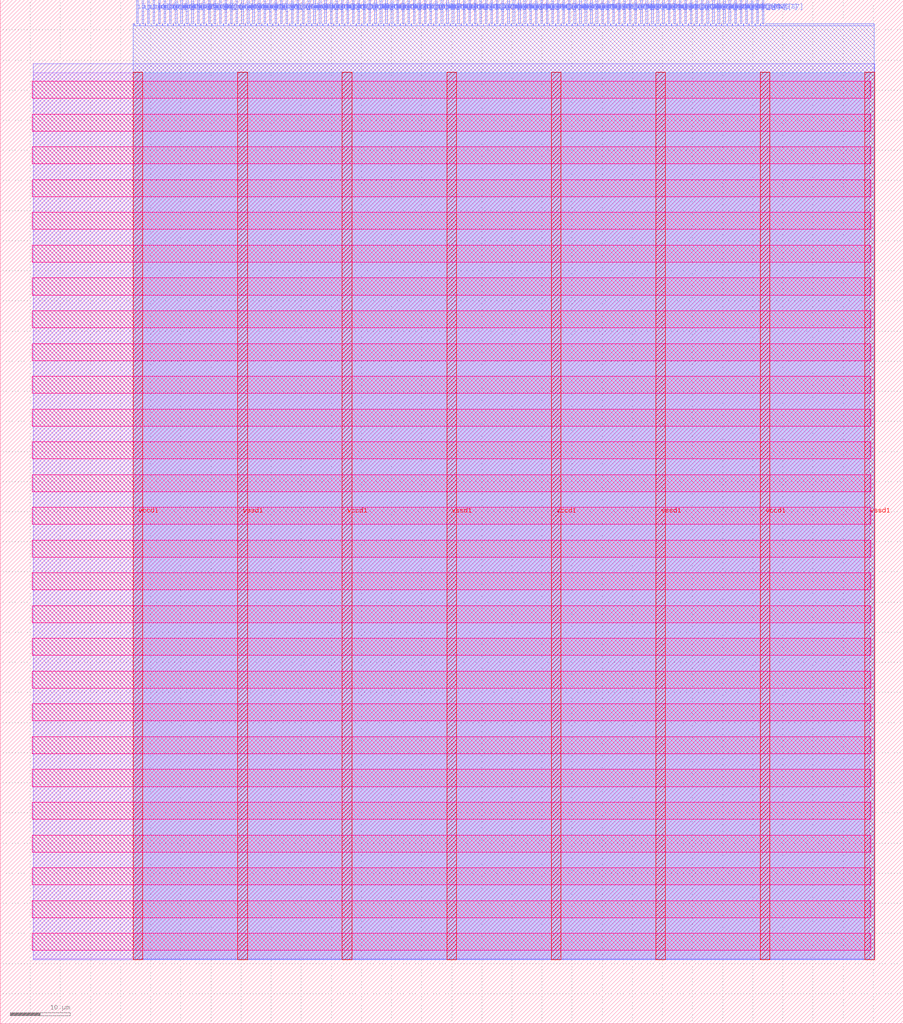
<source format=lef>
VERSION 5.7 ;
  NOWIREEXTENSIONATPIN ON ;
  DIVIDERCHAR "/" ;
  BUSBITCHARS "[]" ;
MACRO tiny_user_project
  CLASS BLOCK ;
  FOREIGN tiny_user_project ;
  ORIGIN 0.000 0.000 ;
  SIZE 150.000 BY 170.000 ;
  PIN io_in[0]
    DIRECTION INPUT ;
    USE SIGNAL ;
    PORT
      LAYER met2 ;
        RECT 22.630 166.000 22.910 170.000 ;
    END
  END io_in[0]
  PIN io_in[10]
    DIRECTION INPUT ;
    USE SIGNAL ;
    PORT
      LAYER met2 ;
        RECT 50.230 166.000 50.510 170.000 ;
    END
  END io_in[10]
  PIN io_in[11]
    DIRECTION INPUT ;
    USE SIGNAL ;
    PORT
      LAYER met2 ;
        RECT 52.990 166.000 53.270 170.000 ;
    END
  END io_in[11]
  PIN io_in[12]
    DIRECTION INPUT ;
    USE SIGNAL ;
    PORT
      LAYER met2 ;
        RECT 55.750 166.000 56.030 170.000 ;
    END
  END io_in[12]
  PIN io_in[13]
    DIRECTION INPUT ;
    USE SIGNAL ;
    PORT
      LAYER met2 ;
        RECT 58.510 166.000 58.790 170.000 ;
    END
  END io_in[13]
  PIN io_in[14]
    DIRECTION INPUT ;
    USE SIGNAL ;
    PORT
      LAYER met2 ;
        RECT 61.270 166.000 61.550 170.000 ;
    END
  END io_in[14]
  PIN io_in[15]
    DIRECTION INPUT ;
    USE SIGNAL ;
    PORT
      LAYER met2 ;
        RECT 64.030 166.000 64.310 170.000 ;
    END
  END io_in[15]
  PIN io_in[16]
    DIRECTION INPUT ;
    USE SIGNAL ;
    PORT
      LAYER met2 ;
        RECT 66.790 166.000 67.070 170.000 ;
    END
  END io_in[16]
  PIN io_in[17]
    DIRECTION INPUT ;
    USE SIGNAL ;
    PORT
      LAYER met2 ;
        RECT 69.550 166.000 69.830 170.000 ;
    END
  END io_in[17]
  PIN io_in[18]
    DIRECTION INPUT ;
    USE SIGNAL ;
    PORT
      LAYER met2 ;
        RECT 72.310 166.000 72.590 170.000 ;
    END
  END io_in[18]
  PIN io_in[19]
    DIRECTION INPUT ;
    USE SIGNAL ;
    PORT
      LAYER met2 ;
        RECT 75.070 166.000 75.350 170.000 ;
    END
  END io_in[19]
  PIN io_in[1]
    DIRECTION INPUT ;
    USE SIGNAL ;
    PORT
      LAYER met2 ;
        RECT 25.390 166.000 25.670 170.000 ;
    END
  END io_in[1]
  PIN io_in[20]
    DIRECTION INPUT ;
    USE SIGNAL ;
    PORT
      LAYER met2 ;
        RECT 77.830 166.000 78.110 170.000 ;
    END
  END io_in[20]
  PIN io_in[21]
    DIRECTION INPUT ;
    USE SIGNAL ;
    PORT
      LAYER met2 ;
        RECT 80.590 166.000 80.870 170.000 ;
    END
  END io_in[21]
  PIN io_in[22]
    DIRECTION INPUT ;
    USE SIGNAL ;
    PORT
      LAYER met2 ;
        RECT 83.350 166.000 83.630 170.000 ;
    END
  END io_in[22]
  PIN io_in[23]
    DIRECTION INPUT ;
    USE SIGNAL ;
    PORT
      LAYER met2 ;
        RECT 86.110 166.000 86.390 170.000 ;
    END
  END io_in[23]
  PIN io_in[24]
    DIRECTION INPUT ;
    USE SIGNAL ;
    PORT
      LAYER met2 ;
        RECT 88.870 166.000 89.150 170.000 ;
    END
  END io_in[24]
  PIN io_in[25]
    DIRECTION INPUT ;
    USE SIGNAL ;
    PORT
      LAYER met2 ;
        RECT 91.630 166.000 91.910 170.000 ;
    END
  END io_in[25]
  PIN io_in[26]
    DIRECTION INPUT ;
    USE SIGNAL ;
    PORT
      LAYER met2 ;
        RECT 94.390 166.000 94.670 170.000 ;
    END
  END io_in[26]
  PIN io_in[27]
    DIRECTION INPUT ;
    USE SIGNAL ;
    PORT
      LAYER met2 ;
        RECT 97.150 166.000 97.430 170.000 ;
    END
  END io_in[27]
  PIN io_in[28]
    DIRECTION INPUT ;
    USE SIGNAL ;
    PORT
      LAYER met2 ;
        RECT 99.910 166.000 100.190 170.000 ;
    END
  END io_in[28]
  PIN io_in[29]
    DIRECTION INPUT ;
    USE SIGNAL ;
    PORT
      LAYER met2 ;
        RECT 102.670 166.000 102.950 170.000 ;
    END
  END io_in[29]
  PIN io_in[2]
    DIRECTION INPUT ;
    USE SIGNAL ;
    PORT
      LAYER met2 ;
        RECT 28.150 166.000 28.430 170.000 ;
    END
  END io_in[2]
  PIN io_in[30]
    DIRECTION INPUT ;
    USE SIGNAL ;
    PORT
      LAYER met2 ;
        RECT 105.430 166.000 105.710 170.000 ;
    END
  END io_in[30]
  PIN io_in[31]
    DIRECTION INPUT ;
    USE SIGNAL ;
    PORT
      LAYER met2 ;
        RECT 108.190 166.000 108.470 170.000 ;
    END
  END io_in[31]
  PIN io_in[32]
    DIRECTION INPUT ;
    USE SIGNAL ;
    PORT
      LAYER met2 ;
        RECT 110.950 166.000 111.230 170.000 ;
    END
  END io_in[32]
  PIN io_in[33]
    DIRECTION INPUT ;
    USE SIGNAL ;
    PORT
      LAYER met2 ;
        RECT 113.710 166.000 113.990 170.000 ;
    END
  END io_in[33]
  PIN io_in[34]
    DIRECTION INPUT ;
    USE SIGNAL ;
    PORT
      LAYER met2 ;
        RECT 116.470 166.000 116.750 170.000 ;
    END
  END io_in[34]
  PIN io_in[35]
    DIRECTION INPUT ;
    USE SIGNAL ;
    PORT
      LAYER met2 ;
        RECT 119.230 166.000 119.510 170.000 ;
    END
  END io_in[35]
  PIN io_in[36]
    DIRECTION INPUT ;
    USE SIGNAL ;
    PORT
      LAYER met2 ;
        RECT 121.990 166.000 122.270 170.000 ;
    END
  END io_in[36]
  PIN io_in[37]
    DIRECTION INPUT ;
    USE SIGNAL ;
    PORT
      LAYER met2 ;
        RECT 124.750 166.000 125.030 170.000 ;
    END
  END io_in[37]
  PIN io_in[3]
    DIRECTION INPUT ;
    USE SIGNAL ;
    PORT
      LAYER met2 ;
        RECT 30.910 166.000 31.190 170.000 ;
    END
  END io_in[3]
  PIN io_in[4]
    DIRECTION INPUT ;
    USE SIGNAL ;
    PORT
      LAYER met2 ;
        RECT 33.670 166.000 33.950 170.000 ;
    END
  END io_in[4]
  PIN io_in[5]
    DIRECTION INPUT ;
    USE SIGNAL ;
    PORT
      LAYER met2 ;
        RECT 36.430 166.000 36.710 170.000 ;
    END
  END io_in[5]
  PIN io_in[6]
    DIRECTION INPUT ;
    USE SIGNAL ;
    PORT
      LAYER met2 ;
        RECT 39.190 166.000 39.470 170.000 ;
    END
  END io_in[6]
  PIN io_in[7]
    DIRECTION INPUT ;
    USE SIGNAL ;
    PORT
      LAYER met2 ;
        RECT 41.950 166.000 42.230 170.000 ;
    END
  END io_in[7]
  PIN io_in[8]
    DIRECTION INPUT ;
    USE SIGNAL ;
    PORT
      LAYER met2 ;
        RECT 44.710 166.000 44.990 170.000 ;
    END
  END io_in[8]
  PIN io_in[9]
    DIRECTION INPUT ;
    USE SIGNAL ;
    PORT
      LAYER met2 ;
        RECT 47.470 166.000 47.750 170.000 ;
    END
  END io_in[9]
  PIN io_oeb[0]
    DIRECTION OUTPUT TRISTATE ;
    USE SIGNAL ;
    PORT
      LAYER met2 ;
        RECT 23.550 166.000 23.830 170.000 ;
    END
  END io_oeb[0]
  PIN io_oeb[10]
    DIRECTION OUTPUT TRISTATE ;
    USE SIGNAL ;
    PORT
      LAYER met2 ;
        RECT 51.150 166.000 51.430 170.000 ;
    END
  END io_oeb[10]
  PIN io_oeb[11]
    DIRECTION OUTPUT TRISTATE ;
    USE SIGNAL ;
    PORT
      LAYER met2 ;
        RECT 53.910 166.000 54.190 170.000 ;
    END
  END io_oeb[11]
  PIN io_oeb[12]
    DIRECTION OUTPUT TRISTATE ;
    USE SIGNAL ;
    PORT
      LAYER met2 ;
        RECT 56.670 166.000 56.950 170.000 ;
    END
  END io_oeb[12]
  PIN io_oeb[13]
    DIRECTION OUTPUT TRISTATE ;
    USE SIGNAL ;
    PORT
      LAYER met2 ;
        RECT 59.430 166.000 59.710 170.000 ;
    END
  END io_oeb[13]
  PIN io_oeb[14]
    DIRECTION OUTPUT TRISTATE ;
    USE SIGNAL ;
    PORT
      LAYER met2 ;
        RECT 62.190 166.000 62.470 170.000 ;
    END
  END io_oeb[14]
  PIN io_oeb[15]
    DIRECTION OUTPUT TRISTATE ;
    USE SIGNAL ;
    PORT
      LAYER met2 ;
        RECT 64.950 166.000 65.230 170.000 ;
    END
  END io_oeb[15]
  PIN io_oeb[16]
    DIRECTION OUTPUT TRISTATE ;
    USE SIGNAL ;
    PORT
      LAYER met2 ;
        RECT 67.710 166.000 67.990 170.000 ;
    END
  END io_oeb[16]
  PIN io_oeb[17]
    DIRECTION OUTPUT TRISTATE ;
    USE SIGNAL ;
    PORT
      LAYER met2 ;
        RECT 70.470 166.000 70.750 170.000 ;
    END
  END io_oeb[17]
  PIN io_oeb[18]
    DIRECTION OUTPUT TRISTATE ;
    USE SIGNAL ;
    PORT
      LAYER met2 ;
        RECT 73.230 166.000 73.510 170.000 ;
    END
  END io_oeb[18]
  PIN io_oeb[19]
    DIRECTION OUTPUT TRISTATE ;
    USE SIGNAL ;
    PORT
      LAYER met2 ;
        RECT 75.990 166.000 76.270 170.000 ;
    END
  END io_oeb[19]
  PIN io_oeb[1]
    DIRECTION OUTPUT TRISTATE ;
    USE SIGNAL ;
    PORT
      LAYER met2 ;
        RECT 26.310 166.000 26.590 170.000 ;
    END
  END io_oeb[1]
  PIN io_oeb[20]
    DIRECTION OUTPUT TRISTATE ;
    USE SIGNAL ;
    PORT
      LAYER met2 ;
        RECT 78.750 166.000 79.030 170.000 ;
    END
  END io_oeb[20]
  PIN io_oeb[21]
    DIRECTION OUTPUT TRISTATE ;
    USE SIGNAL ;
    PORT
      LAYER met2 ;
        RECT 81.510 166.000 81.790 170.000 ;
    END
  END io_oeb[21]
  PIN io_oeb[22]
    DIRECTION OUTPUT TRISTATE ;
    USE SIGNAL ;
    PORT
      LAYER met2 ;
        RECT 84.270 166.000 84.550 170.000 ;
    END
  END io_oeb[22]
  PIN io_oeb[23]
    DIRECTION OUTPUT TRISTATE ;
    USE SIGNAL ;
    PORT
      LAYER met2 ;
        RECT 87.030 166.000 87.310 170.000 ;
    END
  END io_oeb[23]
  PIN io_oeb[24]
    DIRECTION OUTPUT TRISTATE ;
    USE SIGNAL ;
    PORT
      LAYER met2 ;
        RECT 89.790 166.000 90.070 170.000 ;
    END
  END io_oeb[24]
  PIN io_oeb[25]
    DIRECTION OUTPUT TRISTATE ;
    USE SIGNAL ;
    PORT
      LAYER met2 ;
        RECT 92.550 166.000 92.830 170.000 ;
    END
  END io_oeb[25]
  PIN io_oeb[26]
    DIRECTION OUTPUT TRISTATE ;
    USE SIGNAL ;
    PORT
      LAYER met2 ;
        RECT 95.310 166.000 95.590 170.000 ;
    END
  END io_oeb[26]
  PIN io_oeb[27]
    DIRECTION OUTPUT TRISTATE ;
    USE SIGNAL ;
    PORT
      LAYER met2 ;
        RECT 98.070 166.000 98.350 170.000 ;
    END
  END io_oeb[27]
  PIN io_oeb[28]
    DIRECTION OUTPUT TRISTATE ;
    USE SIGNAL ;
    PORT
      LAYER met2 ;
        RECT 100.830 166.000 101.110 170.000 ;
    END
  END io_oeb[28]
  PIN io_oeb[29]
    DIRECTION OUTPUT TRISTATE ;
    USE SIGNAL ;
    PORT
      LAYER met2 ;
        RECT 103.590 166.000 103.870 170.000 ;
    END
  END io_oeb[29]
  PIN io_oeb[2]
    DIRECTION OUTPUT TRISTATE ;
    USE SIGNAL ;
    PORT
      LAYER met2 ;
        RECT 29.070 166.000 29.350 170.000 ;
    END
  END io_oeb[2]
  PIN io_oeb[30]
    DIRECTION OUTPUT TRISTATE ;
    USE SIGNAL ;
    PORT
      LAYER met2 ;
        RECT 106.350 166.000 106.630 170.000 ;
    END
  END io_oeb[30]
  PIN io_oeb[31]
    DIRECTION OUTPUT TRISTATE ;
    USE SIGNAL ;
    PORT
      LAYER met2 ;
        RECT 109.110 166.000 109.390 170.000 ;
    END
  END io_oeb[31]
  PIN io_oeb[32]
    DIRECTION OUTPUT TRISTATE ;
    USE SIGNAL ;
    PORT
      LAYER met2 ;
        RECT 111.870 166.000 112.150 170.000 ;
    END
  END io_oeb[32]
  PIN io_oeb[33]
    DIRECTION OUTPUT TRISTATE ;
    USE SIGNAL ;
    PORT
      LAYER met2 ;
        RECT 114.630 166.000 114.910 170.000 ;
    END
  END io_oeb[33]
  PIN io_oeb[34]
    DIRECTION OUTPUT TRISTATE ;
    USE SIGNAL ;
    PORT
      LAYER met2 ;
        RECT 117.390 166.000 117.670 170.000 ;
    END
  END io_oeb[34]
  PIN io_oeb[35]
    DIRECTION OUTPUT TRISTATE ;
    USE SIGNAL ;
    PORT
      LAYER met2 ;
        RECT 120.150 166.000 120.430 170.000 ;
    END
  END io_oeb[35]
  PIN io_oeb[36]
    DIRECTION OUTPUT TRISTATE ;
    USE SIGNAL ;
    PORT
      LAYER met2 ;
        RECT 122.910 166.000 123.190 170.000 ;
    END
  END io_oeb[36]
  PIN io_oeb[37]
    DIRECTION OUTPUT TRISTATE ;
    USE SIGNAL ;
    PORT
      LAYER met2 ;
        RECT 125.670 166.000 125.950 170.000 ;
    END
  END io_oeb[37]
  PIN io_oeb[3]
    DIRECTION OUTPUT TRISTATE ;
    USE SIGNAL ;
    PORT
      LAYER met2 ;
        RECT 31.830 166.000 32.110 170.000 ;
    END
  END io_oeb[3]
  PIN io_oeb[4]
    DIRECTION OUTPUT TRISTATE ;
    USE SIGNAL ;
    PORT
      LAYER met2 ;
        RECT 34.590 166.000 34.870 170.000 ;
    END
  END io_oeb[4]
  PIN io_oeb[5]
    DIRECTION OUTPUT TRISTATE ;
    USE SIGNAL ;
    PORT
      LAYER met2 ;
        RECT 37.350 166.000 37.630 170.000 ;
    END
  END io_oeb[5]
  PIN io_oeb[6]
    DIRECTION OUTPUT TRISTATE ;
    USE SIGNAL ;
    PORT
      LAYER met2 ;
        RECT 40.110 166.000 40.390 170.000 ;
    END
  END io_oeb[6]
  PIN io_oeb[7]
    DIRECTION OUTPUT TRISTATE ;
    USE SIGNAL ;
    PORT
      LAYER met2 ;
        RECT 42.870 166.000 43.150 170.000 ;
    END
  END io_oeb[7]
  PIN io_oeb[8]
    DIRECTION OUTPUT TRISTATE ;
    USE SIGNAL ;
    PORT
      LAYER met2 ;
        RECT 45.630 166.000 45.910 170.000 ;
    END
  END io_oeb[8]
  PIN io_oeb[9]
    DIRECTION OUTPUT TRISTATE ;
    USE SIGNAL ;
    PORT
      LAYER met2 ;
        RECT 48.390 166.000 48.670 170.000 ;
    END
  END io_oeb[9]
  PIN io_out[0]
    DIRECTION OUTPUT TRISTATE ;
    USE SIGNAL ;
    PORT
      LAYER met2 ;
        RECT 24.470 166.000 24.750 170.000 ;
    END
  END io_out[0]
  PIN io_out[10]
    DIRECTION OUTPUT TRISTATE ;
    USE SIGNAL ;
    PORT
      LAYER met2 ;
        RECT 52.070 166.000 52.350 170.000 ;
    END
  END io_out[10]
  PIN io_out[11]
    DIRECTION OUTPUT TRISTATE ;
    USE SIGNAL ;
    PORT
      LAYER met2 ;
        RECT 54.830 166.000 55.110 170.000 ;
    END
  END io_out[11]
  PIN io_out[12]
    DIRECTION OUTPUT TRISTATE ;
    USE SIGNAL ;
    PORT
      LAYER met2 ;
        RECT 57.590 166.000 57.870 170.000 ;
    END
  END io_out[12]
  PIN io_out[13]
    DIRECTION OUTPUT TRISTATE ;
    USE SIGNAL ;
    PORT
      LAYER met2 ;
        RECT 60.350 166.000 60.630 170.000 ;
    END
  END io_out[13]
  PIN io_out[14]
    DIRECTION OUTPUT TRISTATE ;
    USE SIGNAL ;
    PORT
      LAYER met2 ;
        RECT 63.110 166.000 63.390 170.000 ;
    END
  END io_out[14]
  PIN io_out[15]
    DIRECTION OUTPUT TRISTATE ;
    USE SIGNAL ;
    PORT
      LAYER met2 ;
        RECT 65.870 166.000 66.150 170.000 ;
    END
  END io_out[15]
  PIN io_out[16]
    DIRECTION OUTPUT TRISTATE ;
    USE SIGNAL ;
    PORT
      LAYER met2 ;
        RECT 68.630 166.000 68.910 170.000 ;
    END
  END io_out[16]
  PIN io_out[17]
    DIRECTION OUTPUT TRISTATE ;
    USE SIGNAL ;
    PORT
      LAYER met2 ;
        RECT 71.390 166.000 71.670 170.000 ;
    END
  END io_out[17]
  PIN io_out[18]
    DIRECTION OUTPUT TRISTATE ;
    USE SIGNAL ;
    PORT
      LAYER met2 ;
        RECT 74.150 166.000 74.430 170.000 ;
    END
  END io_out[18]
  PIN io_out[19]
    DIRECTION OUTPUT TRISTATE ;
    USE SIGNAL ;
    PORT
      LAYER met2 ;
        RECT 76.910 166.000 77.190 170.000 ;
    END
  END io_out[19]
  PIN io_out[1]
    DIRECTION OUTPUT TRISTATE ;
    USE SIGNAL ;
    PORT
      LAYER met2 ;
        RECT 27.230 166.000 27.510 170.000 ;
    END
  END io_out[1]
  PIN io_out[20]
    DIRECTION OUTPUT TRISTATE ;
    USE SIGNAL ;
    PORT
      LAYER met2 ;
        RECT 79.670 166.000 79.950 170.000 ;
    END
  END io_out[20]
  PIN io_out[21]
    DIRECTION OUTPUT TRISTATE ;
    USE SIGNAL ;
    PORT
      LAYER met2 ;
        RECT 82.430 166.000 82.710 170.000 ;
    END
  END io_out[21]
  PIN io_out[22]
    DIRECTION OUTPUT TRISTATE ;
    USE SIGNAL ;
    PORT
      LAYER met2 ;
        RECT 85.190 166.000 85.470 170.000 ;
    END
  END io_out[22]
  PIN io_out[23]
    DIRECTION OUTPUT TRISTATE ;
    USE SIGNAL ;
    PORT
      LAYER met2 ;
        RECT 87.950 166.000 88.230 170.000 ;
    END
  END io_out[23]
  PIN io_out[24]
    DIRECTION OUTPUT TRISTATE ;
    USE SIGNAL ;
    PORT
      LAYER met2 ;
        RECT 90.710 166.000 90.990 170.000 ;
    END
  END io_out[24]
  PIN io_out[25]
    DIRECTION OUTPUT TRISTATE ;
    USE SIGNAL ;
    PORT
      LAYER met2 ;
        RECT 93.470 166.000 93.750 170.000 ;
    END
  END io_out[25]
  PIN io_out[26]
    DIRECTION OUTPUT TRISTATE ;
    USE SIGNAL ;
    PORT
      LAYER met2 ;
        RECT 96.230 166.000 96.510 170.000 ;
    END
  END io_out[26]
  PIN io_out[27]
    DIRECTION OUTPUT TRISTATE ;
    USE SIGNAL ;
    PORT
      LAYER met2 ;
        RECT 98.990 166.000 99.270 170.000 ;
    END
  END io_out[27]
  PIN io_out[28]
    DIRECTION OUTPUT TRISTATE ;
    USE SIGNAL ;
    PORT
      LAYER met2 ;
        RECT 101.750 166.000 102.030 170.000 ;
    END
  END io_out[28]
  PIN io_out[29]
    DIRECTION OUTPUT TRISTATE ;
    USE SIGNAL ;
    PORT
      LAYER met2 ;
        RECT 104.510 166.000 104.790 170.000 ;
    END
  END io_out[29]
  PIN io_out[2]
    DIRECTION OUTPUT TRISTATE ;
    USE SIGNAL ;
    PORT
      LAYER met2 ;
        RECT 29.990 166.000 30.270 170.000 ;
    END
  END io_out[2]
  PIN io_out[30]
    DIRECTION OUTPUT TRISTATE ;
    USE SIGNAL ;
    PORT
      LAYER met2 ;
        RECT 107.270 166.000 107.550 170.000 ;
    END
  END io_out[30]
  PIN io_out[31]
    DIRECTION OUTPUT TRISTATE ;
    USE SIGNAL ;
    PORT
      LAYER met2 ;
        RECT 110.030 166.000 110.310 170.000 ;
    END
  END io_out[31]
  PIN io_out[32]
    DIRECTION OUTPUT TRISTATE ;
    USE SIGNAL ;
    PORT
      LAYER met2 ;
        RECT 112.790 166.000 113.070 170.000 ;
    END
  END io_out[32]
  PIN io_out[33]
    DIRECTION OUTPUT TRISTATE ;
    USE SIGNAL ;
    PORT
      LAYER met2 ;
        RECT 115.550 166.000 115.830 170.000 ;
    END
  END io_out[33]
  PIN io_out[34]
    DIRECTION OUTPUT TRISTATE ;
    USE SIGNAL ;
    PORT
      LAYER met2 ;
        RECT 118.310 166.000 118.590 170.000 ;
    END
  END io_out[34]
  PIN io_out[35]
    DIRECTION OUTPUT TRISTATE ;
    USE SIGNAL ;
    PORT
      LAYER met2 ;
        RECT 121.070 166.000 121.350 170.000 ;
    END
  END io_out[35]
  PIN io_out[36]
    DIRECTION OUTPUT TRISTATE ;
    USE SIGNAL ;
    PORT
      LAYER met2 ;
        RECT 123.830 166.000 124.110 170.000 ;
    END
  END io_out[36]
  PIN io_out[37]
    DIRECTION OUTPUT TRISTATE ;
    USE SIGNAL ;
    PORT
      LAYER met2 ;
        RECT 126.590 166.000 126.870 170.000 ;
    END
  END io_out[37]
  PIN io_out[3]
    DIRECTION OUTPUT TRISTATE ;
    USE SIGNAL ;
    PORT
      LAYER met2 ;
        RECT 32.750 166.000 33.030 170.000 ;
    END
  END io_out[3]
  PIN io_out[4]
    DIRECTION OUTPUT TRISTATE ;
    USE SIGNAL ;
    PORT
      LAYER met2 ;
        RECT 35.510 166.000 35.790 170.000 ;
    END
  END io_out[4]
  PIN io_out[5]
    DIRECTION OUTPUT TRISTATE ;
    USE SIGNAL ;
    PORT
      LAYER met2 ;
        RECT 38.270 166.000 38.550 170.000 ;
    END
  END io_out[5]
  PIN io_out[6]
    DIRECTION OUTPUT TRISTATE ;
    USE SIGNAL ;
    PORT
      LAYER met2 ;
        RECT 41.030 166.000 41.310 170.000 ;
    END
  END io_out[6]
  PIN io_out[7]
    DIRECTION OUTPUT TRISTATE ;
    USE SIGNAL ;
    PORT
      LAYER met2 ;
        RECT 43.790 166.000 44.070 170.000 ;
    END
  END io_out[7]
  PIN io_out[8]
    DIRECTION OUTPUT TRISTATE ;
    USE SIGNAL ;
    PORT
      LAYER met2 ;
        RECT 46.550 166.000 46.830 170.000 ;
    END
  END io_out[8]
  PIN io_out[9]
    DIRECTION OUTPUT TRISTATE ;
    USE SIGNAL ;
    PORT
      LAYER met2 ;
        RECT 49.310 166.000 49.590 170.000 ;
    END
  END io_out[9]
  PIN vccd1
    DIRECTION INOUT ;
    USE POWER ;
    PORT
      LAYER met4 ;
        RECT 22.085 10.640 23.685 158.000 ;
    END
    PORT
      LAYER met4 ;
        RECT 56.815 10.640 58.415 158.000 ;
    END
    PORT
      LAYER met4 ;
        RECT 91.545 10.640 93.145 158.000 ;
    END
    PORT
      LAYER met4 ;
        RECT 126.275 10.640 127.875 158.000 ;
    END
  END vccd1
  PIN vssd1
    DIRECTION INOUT ;
    USE GROUND ;
    PORT
      LAYER met4 ;
        RECT 39.450 10.640 41.050 158.000 ;
    END
    PORT
      LAYER met4 ;
        RECT 74.180 10.640 75.780 158.000 ;
    END
    PORT
      LAYER met4 ;
        RECT 108.910 10.640 110.510 158.000 ;
    END
    PORT
      LAYER met4 ;
        RECT 143.640 10.640 145.240 158.000 ;
    END
  END vssd1
  OBS
      LAYER nwell ;
        RECT 5.330 153.625 144.630 156.455 ;
        RECT 5.330 148.185 144.630 151.015 ;
        RECT 5.330 142.745 144.630 145.575 ;
        RECT 5.330 137.305 144.630 140.135 ;
        RECT 5.330 131.865 144.630 134.695 ;
        RECT 5.330 126.425 144.630 129.255 ;
        RECT 5.330 120.985 144.630 123.815 ;
        RECT 5.330 115.545 144.630 118.375 ;
        RECT 5.330 110.105 144.630 112.935 ;
        RECT 5.330 104.665 144.630 107.495 ;
        RECT 5.330 99.225 144.630 102.055 ;
        RECT 5.330 93.785 144.630 96.615 ;
        RECT 5.330 88.345 144.630 91.175 ;
        RECT 5.330 82.905 144.630 85.735 ;
        RECT 5.330 77.465 144.630 80.295 ;
        RECT 5.330 72.025 144.630 74.855 ;
        RECT 5.330 66.585 144.630 69.415 ;
        RECT 5.330 61.145 144.630 63.975 ;
        RECT 5.330 55.705 144.630 58.535 ;
        RECT 5.330 50.265 144.630 53.095 ;
        RECT 5.330 44.825 144.630 47.655 ;
        RECT 5.330 39.385 144.630 42.215 ;
        RECT 5.330 33.945 144.630 36.775 ;
        RECT 5.330 28.505 144.630 31.335 ;
        RECT 5.330 23.065 144.630 25.895 ;
        RECT 5.330 17.625 144.630 20.455 ;
        RECT 5.330 12.185 144.630 15.015 ;
      LAYER li1 ;
        RECT 5.520 10.795 144.440 157.845 ;
      LAYER met1 ;
        RECT 5.520 10.640 145.240 159.420 ;
      LAYER met2 ;
        RECT 22.115 165.720 22.350 166.000 ;
        RECT 23.190 165.720 23.270 166.000 ;
        RECT 24.110 165.720 24.190 166.000 ;
        RECT 25.030 165.720 25.110 166.000 ;
        RECT 25.950 165.720 26.030 166.000 ;
        RECT 26.870 165.720 26.950 166.000 ;
        RECT 27.790 165.720 27.870 166.000 ;
        RECT 28.710 165.720 28.790 166.000 ;
        RECT 29.630 165.720 29.710 166.000 ;
        RECT 30.550 165.720 30.630 166.000 ;
        RECT 31.470 165.720 31.550 166.000 ;
        RECT 32.390 165.720 32.470 166.000 ;
        RECT 33.310 165.720 33.390 166.000 ;
        RECT 34.230 165.720 34.310 166.000 ;
        RECT 35.150 165.720 35.230 166.000 ;
        RECT 36.070 165.720 36.150 166.000 ;
        RECT 36.990 165.720 37.070 166.000 ;
        RECT 37.910 165.720 37.990 166.000 ;
        RECT 38.830 165.720 38.910 166.000 ;
        RECT 39.750 165.720 39.830 166.000 ;
        RECT 40.670 165.720 40.750 166.000 ;
        RECT 41.590 165.720 41.670 166.000 ;
        RECT 42.510 165.720 42.590 166.000 ;
        RECT 43.430 165.720 43.510 166.000 ;
        RECT 44.350 165.720 44.430 166.000 ;
        RECT 45.270 165.720 45.350 166.000 ;
        RECT 46.190 165.720 46.270 166.000 ;
        RECT 47.110 165.720 47.190 166.000 ;
        RECT 48.030 165.720 48.110 166.000 ;
        RECT 48.950 165.720 49.030 166.000 ;
        RECT 49.870 165.720 49.950 166.000 ;
        RECT 50.790 165.720 50.870 166.000 ;
        RECT 51.710 165.720 51.790 166.000 ;
        RECT 52.630 165.720 52.710 166.000 ;
        RECT 53.550 165.720 53.630 166.000 ;
        RECT 54.470 165.720 54.550 166.000 ;
        RECT 55.390 165.720 55.470 166.000 ;
        RECT 56.310 165.720 56.390 166.000 ;
        RECT 57.230 165.720 57.310 166.000 ;
        RECT 58.150 165.720 58.230 166.000 ;
        RECT 59.070 165.720 59.150 166.000 ;
        RECT 59.990 165.720 60.070 166.000 ;
        RECT 60.910 165.720 60.990 166.000 ;
        RECT 61.830 165.720 61.910 166.000 ;
        RECT 62.750 165.720 62.830 166.000 ;
        RECT 63.670 165.720 63.750 166.000 ;
        RECT 64.590 165.720 64.670 166.000 ;
        RECT 65.510 165.720 65.590 166.000 ;
        RECT 66.430 165.720 66.510 166.000 ;
        RECT 67.350 165.720 67.430 166.000 ;
        RECT 68.270 165.720 68.350 166.000 ;
        RECT 69.190 165.720 69.270 166.000 ;
        RECT 70.110 165.720 70.190 166.000 ;
        RECT 71.030 165.720 71.110 166.000 ;
        RECT 71.950 165.720 72.030 166.000 ;
        RECT 72.870 165.720 72.950 166.000 ;
        RECT 73.790 165.720 73.870 166.000 ;
        RECT 74.710 165.720 74.790 166.000 ;
        RECT 75.630 165.720 75.710 166.000 ;
        RECT 76.550 165.720 76.630 166.000 ;
        RECT 77.470 165.720 77.550 166.000 ;
        RECT 78.390 165.720 78.470 166.000 ;
        RECT 79.310 165.720 79.390 166.000 ;
        RECT 80.230 165.720 80.310 166.000 ;
        RECT 81.150 165.720 81.230 166.000 ;
        RECT 82.070 165.720 82.150 166.000 ;
        RECT 82.990 165.720 83.070 166.000 ;
        RECT 83.910 165.720 83.990 166.000 ;
        RECT 84.830 165.720 84.910 166.000 ;
        RECT 85.750 165.720 85.830 166.000 ;
        RECT 86.670 165.720 86.750 166.000 ;
        RECT 87.590 165.720 87.670 166.000 ;
        RECT 88.510 165.720 88.590 166.000 ;
        RECT 89.430 165.720 89.510 166.000 ;
        RECT 90.350 165.720 90.430 166.000 ;
        RECT 91.270 165.720 91.350 166.000 ;
        RECT 92.190 165.720 92.270 166.000 ;
        RECT 93.110 165.720 93.190 166.000 ;
        RECT 94.030 165.720 94.110 166.000 ;
        RECT 94.950 165.720 95.030 166.000 ;
        RECT 95.870 165.720 95.950 166.000 ;
        RECT 96.790 165.720 96.870 166.000 ;
        RECT 97.710 165.720 97.790 166.000 ;
        RECT 98.630 165.720 98.710 166.000 ;
        RECT 99.550 165.720 99.630 166.000 ;
        RECT 100.470 165.720 100.550 166.000 ;
        RECT 101.390 165.720 101.470 166.000 ;
        RECT 102.310 165.720 102.390 166.000 ;
        RECT 103.230 165.720 103.310 166.000 ;
        RECT 104.150 165.720 104.230 166.000 ;
        RECT 105.070 165.720 105.150 166.000 ;
        RECT 105.990 165.720 106.070 166.000 ;
        RECT 106.910 165.720 106.990 166.000 ;
        RECT 107.830 165.720 107.910 166.000 ;
        RECT 108.750 165.720 108.830 166.000 ;
        RECT 109.670 165.720 109.750 166.000 ;
        RECT 110.590 165.720 110.670 166.000 ;
        RECT 111.510 165.720 111.590 166.000 ;
        RECT 112.430 165.720 112.510 166.000 ;
        RECT 113.350 165.720 113.430 166.000 ;
        RECT 114.270 165.720 114.350 166.000 ;
        RECT 115.190 165.720 115.270 166.000 ;
        RECT 116.110 165.720 116.190 166.000 ;
        RECT 117.030 165.720 117.110 166.000 ;
        RECT 117.950 165.720 118.030 166.000 ;
        RECT 118.870 165.720 118.950 166.000 ;
        RECT 119.790 165.720 119.870 166.000 ;
        RECT 120.710 165.720 120.790 166.000 ;
        RECT 121.630 165.720 121.710 166.000 ;
        RECT 122.550 165.720 122.630 166.000 ;
        RECT 123.470 165.720 123.550 166.000 ;
        RECT 124.390 165.720 124.470 166.000 ;
        RECT 125.310 165.720 125.390 166.000 ;
        RECT 126.230 165.720 126.310 166.000 ;
        RECT 127.150 165.720 145.210 166.000 ;
        RECT 22.115 10.695 145.210 165.720 ;
      LAYER met3 ;
        RECT 22.095 10.715 145.230 157.925 ;
  END
END tiny_user_project
END LIBRARY


</source>
